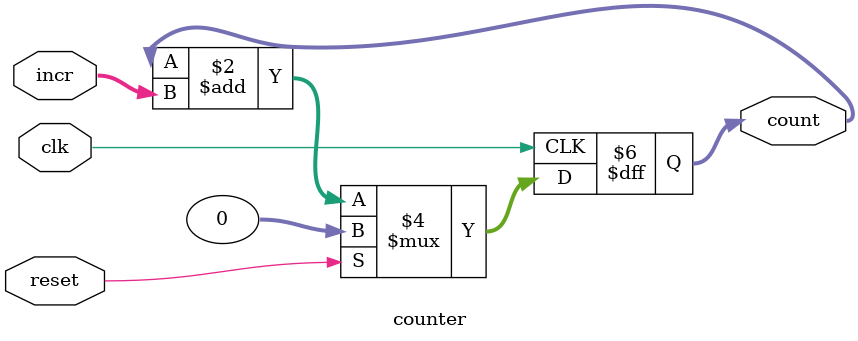
<source format=v>
module counter #(
    parameter BITS = 32
)(
    input clk,
    input [BITS-1:0] incr,
    input reset,
    output reg [BITS-1:0] count
);
    always @(posedge clk) begin
        if (reset) begin
            count <= 0;
        end else begin
            count <= count + incr;
        end
    end
endmodule

</source>
